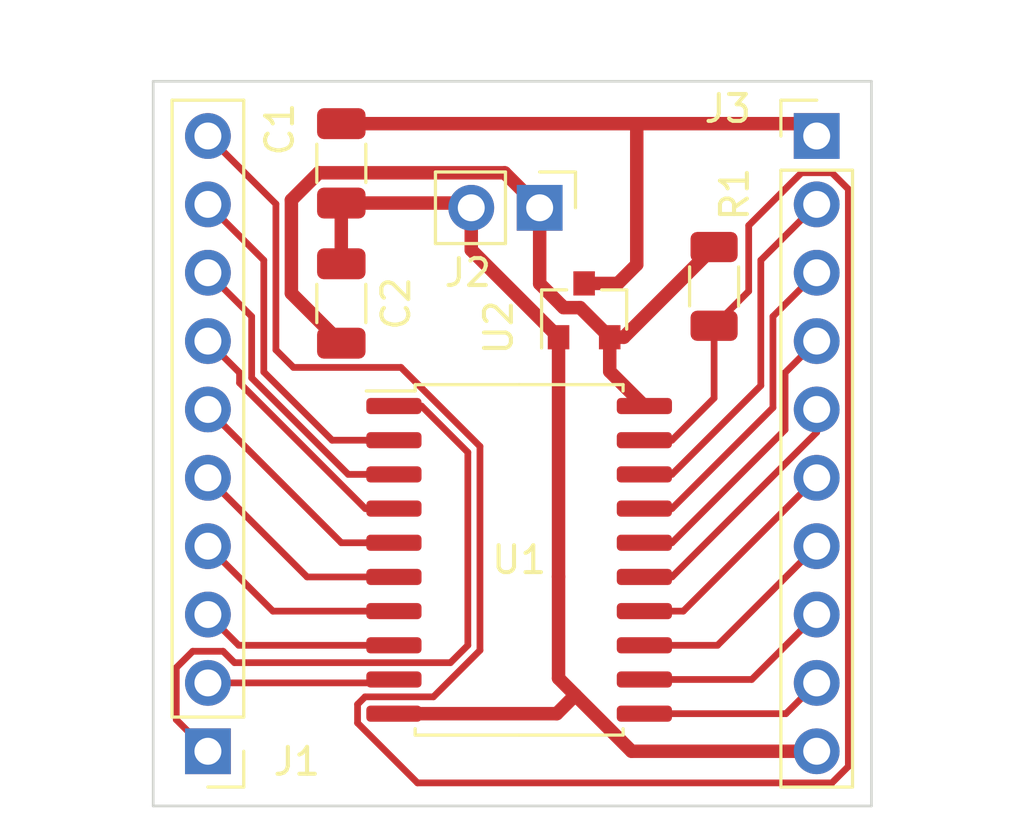
<source format=kicad_pcb>
(kicad_pcb (version 20171130) (host pcbnew 5.1.12-84ad8e8a86~92~ubuntu18.04.1)

  (general
    (thickness 1.6)
    (drawings 4)
    (tracks 115)
    (zones 0)
    (modules 8)
    (nets 22)
  )

  (page A4)
  (layers
    (0 F.Cu signal)
    (31 B.Cu signal)
    (32 B.Adhes user)
    (33 F.Adhes user)
    (34 B.Paste user)
    (35 F.Paste user)
    (36 B.SilkS user)
    (37 F.SilkS user)
    (38 B.Mask user)
    (39 F.Mask user)
    (40 Dwgs.User user)
    (41 Cmts.User user)
    (42 Eco1.User user)
    (43 Eco2.User user)
    (44 Edge.Cuts user)
    (45 Margin user)
    (46 B.CrtYd user)
    (47 F.CrtYd user)
    (48 B.Fab user)
    (49 F.Fab user)
  )

  (setup
    (last_trace_width 0.25)
    (user_trace_width 0.5)
    (trace_clearance 0.2)
    (zone_clearance 0.508)
    (zone_45_only no)
    (trace_min 0.2)
    (via_size 0.8)
    (via_drill 0.4)
    (via_min_size 0.4)
    (via_min_drill 0.3)
    (uvia_size 0.3)
    (uvia_drill 0.1)
    (uvias_allowed no)
    (uvia_min_size 0.2)
    (uvia_min_drill 0.1)
    (edge_width 0.05)
    (segment_width 0.2)
    (pcb_text_width 0.3)
    (pcb_text_size 1.5 1.5)
    (mod_edge_width 0.12)
    (mod_text_size 1 1)
    (mod_text_width 0.15)
    (pad_size 1.524 1.524)
    (pad_drill 0.762)
    (pad_to_mask_clearance 0)
    (aux_axis_origin 0 0)
    (visible_elements FFFFFF7F)
    (pcbplotparams
      (layerselection 0x01020_7fffffff)
      (usegerberextensions false)
      (usegerberattributes true)
      (usegerberadvancedattributes true)
      (creategerberjobfile true)
      (excludeedgelayer true)
      (linewidth 0.100000)
      (plotframeref false)
      (viasonmask false)
      (mode 1)
      (useauxorigin false)
      (hpglpennumber 1)
      (hpglpenspeed 20)
      (hpglpendiameter 15.000000)
      (psnegative false)
      (psa4output false)
      (plotreference true)
      (plotvalue true)
      (plotinvisibletext false)
      (padsonsilk false)
      (subtractmaskfromsilk false)
      (outputformat 1)
      (mirror false)
      (drillshape 0)
      (scaleselection 1)
      (outputdirectory ""))
  )

  (net 0 "")
  (net 1 +5V)
  (net 2 GND)
  (net 3 +3V3)
  (net 4 "Net-(J1-Pad10)")
  (net 5 "Net-(J1-Pad9)")
  (net 6 "Net-(J1-Pad8)")
  (net 7 "Net-(J1-Pad7)")
  (net 8 "Net-(J1-Pad6)")
  (net 9 "Net-(J1-Pad5)")
  (net 10 "Net-(J1-Pad4)")
  (net 11 "Net-(J1-Pad3)")
  (net 12 "Net-(J1-Pad2)")
  (net 13 "Net-(J1-Pad1)")
  (net 14 "Net-(J3-Pad2)")
  (net 15 "Net-(J3-Pad3)")
  (net 16 "Net-(J3-Pad4)")
  (net 17 "Net-(J3-Pad5)")
  (net 18 "Net-(J3-Pad6)")
  (net 19 "Net-(J3-Pad7)")
  (net 20 "Net-(J3-Pad8)")
  (net 21 "Net-(J3-Pad9)")

  (net_class Default "This is the default net class."
    (clearance 0.2)
    (trace_width 0.25)
    (via_dia 0.8)
    (via_drill 0.4)
    (uvia_dia 0.3)
    (uvia_drill 0.1)
    (add_net +3V3)
    (add_net +5V)
    (add_net GND)
    (add_net "Net-(J1-Pad1)")
    (add_net "Net-(J1-Pad10)")
    (add_net "Net-(J1-Pad2)")
    (add_net "Net-(J1-Pad3)")
    (add_net "Net-(J1-Pad4)")
    (add_net "Net-(J1-Pad5)")
    (add_net "Net-(J1-Pad6)")
    (add_net "Net-(J1-Pad7)")
    (add_net "Net-(J1-Pad8)")
    (add_net "Net-(J1-Pad9)")
    (add_net "Net-(J3-Pad2)")
    (add_net "Net-(J3-Pad3)")
    (add_net "Net-(J3-Pad4)")
    (add_net "Net-(J3-Pad5)")
    (add_net "Net-(J3-Pad6)")
    (add_net "Net-(J3-Pad7)")
    (add_net "Net-(J3-Pad8)")
    (add_net "Net-(J3-Pad9)")
  )

  (module Capacitor_SMD:C_1206_3216Metric (layer F.Cu) (tedit 5F68FEEE) (tstamp 61A03C3D)
    (at 4.191 -0.381 270)
    (descr "Capacitor SMD 1206 (3216 Metric), square (rectangular) end terminal, IPC_7351 nominal, (Body size source: IPC-SM-782 page 76, https://www.pcb-3d.com/wordpress/wp-content/uploads/ipc-sm-782a_amendment_1_and_2.pdf), generated with kicad-footprint-generator")
    (tags capacitor)
    (path /61A773BF)
    (attr smd)
    (fp_text reference C1 (at -1.27 2.286 90) (layer F.SilkS)
      (effects (font (size 1 1) (thickness 0.15)))
    )
    (fp_text value 1U (at 0 1.85 90) (layer F.Fab)
      (effects (font (size 1 1) (thickness 0.15)))
    )
    (fp_line (start 2.3 1.15) (end -2.3 1.15) (layer F.CrtYd) (width 0.05))
    (fp_line (start 2.3 -1.15) (end 2.3 1.15) (layer F.CrtYd) (width 0.05))
    (fp_line (start -2.3 -1.15) (end 2.3 -1.15) (layer F.CrtYd) (width 0.05))
    (fp_line (start -2.3 1.15) (end -2.3 -1.15) (layer F.CrtYd) (width 0.05))
    (fp_line (start -0.711252 0.91) (end 0.711252 0.91) (layer F.SilkS) (width 0.12))
    (fp_line (start -0.711252 -0.91) (end 0.711252 -0.91) (layer F.SilkS) (width 0.12))
    (fp_line (start 1.6 0.8) (end -1.6 0.8) (layer F.Fab) (width 0.1))
    (fp_line (start 1.6 -0.8) (end 1.6 0.8) (layer F.Fab) (width 0.1))
    (fp_line (start -1.6 -0.8) (end 1.6 -0.8) (layer F.Fab) (width 0.1))
    (fp_line (start -1.6 0.8) (end -1.6 -0.8) (layer F.Fab) (width 0.1))
    (fp_text user %R (at 0 0 90) (layer F.Fab)
      (effects (font (size 0.8 0.8) (thickness 0.12)))
    )
    (pad 1 smd roundrect (at -1.475 0 270) (size 1.15 1.8) (layers F.Cu F.Paste F.Mask) (roundrect_rratio 0.2173904347826087)
      (net 1 +5V))
    (pad 2 smd roundrect (at 1.475 0 270) (size 1.15 1.8) (layers F.Cu F.Paste F.Mask) (roundrect_rratio 0.2173904347826087)
      (net 2 GND))
    (model ${KISYS3DMOD}/Capacitor_SMD.3dshapes/C_1206_3216Metric.wrl
      (at (xyz 0 0 0))
      (scale (xyz 1 1 1))
      (rotate (xyz 0 0 0))
    )
  )

  (module Capacitor_SMD:C_1206_3216Metric (layer F.Cu) (tedit 5F68FEEE) (tstamp 61A03C4E)
    (at 4.191 4.826 90)
    (descr "Capacitor SMD 1206 (3216 Metric), square (rectangular) end terminal, IPC_7351 nominal, (Body size source: IPC-SM-782 page 76, https://www.pcb-3d.com/wordpress/wp-content/uploads/ipc-sm-782a_amendment_1_and_2.pdf), generated with kicad-footprint-generator")
    (tags capacitor)
    (path /61A77ECC)
    (attr smd)
    (fp_text reference C2 (at 0 2.032 90) (layer F.SilkS)
      (effects (font (size 1 1) (thickness 0.15)))
    )
    (fp_text value 1U (at 0 1.85 90) (layer F.Fab)
      (effects (font (size 1 1) (thickness 0.15)))
    )
    (fp_text user %R (at 0 0 90) (layer F.Fab)
      (effects (font (size 0.8 0.8) (thickness 0.12)))
    )
    (fp_line (start -1.6 0.8) (end -1.6 -0.8) (layer F.Fab) (width 0.1))
    (fp_line (start -1.6 -0.8) (end 1.6 -0.8) (layer F.Fab) (width 0.1))
    (fp_line (start 1.6 -0.8) (end 1.6 0.8) (layer F.Fab) (width 0.1))
    (fp_line (start 1.6 0.8) (end -1.6 0.8) (layer F.Fab) (width 0.1))
    (fp_line (start -0.711252 -0.91) (end 0.711252 -0.91) (layer F.SilkS) (width 0.12))
    (fp_line (start -0.711252 0.91) (end 0.711252 0.91) (layer F.SilkS) (width 0.12))
    (fp_line (start -2.3 1.15) (end -2.3 -1.15) (layer F.CrtYd) (width 0.05))
    (fp_line (start -2.3 -1.15) (end 2.3 -1.15) (layer F.CrtYd) (width 0.05))
    (fp_line (start 2.3 -1.15) (end 2.3 1.15) (layer F.CrtYd) (width 0.05))
    (fp_line (start 2.3 1.15) (end -2.3 1.15) (layer F.CrtYd) (width 0.05))
    (pad 2 smd roundrect (at 1.475 0 90) (size 1.15 1.8) (layers F.Cu F.Paste F.Mask) (roundrect_rratio 0.2173904347826087)
      (net 2 GND))
    (pad 1 smd roundrect (at -1.475 0 90) (size 1.15 1.8) (layers F.Cu F.Paste F.Mask) (roundrect_rratio 0.2173904347826087)
      (net 3 +3V3))
    (model ${KISYS3DMOD}/Capacitor_SMD.3dshapes/C_1206_3216Metric.wrl
      (at (xyz 0 0 0))
      (scale (xyz 1 1 1))
      (rotate (xyz 0 0 0))
    )
  )

  (module Connector_PinHeader_2.54mm:PinHeader_1x10_P2.54mm_Vertical (layer F.Cu) (tedit 59FED5CC) (tstamp 61A03EC7)
    (at -0.762 21.463 180)
    (descr "Through hole straight pin header, 1x10, 2.54mm pitch, single row")
    (tags "Through hole pin header THT 1x10 2.54mm single row")
    (path /61A301A9)
    (fp_text reference J1 (at -3.302 -0.381) (layer F.SilkS)
      (effects (font (size 1 1) (thickness 0.15)))
    )
    (fp_text value Conn_01x10_Female (at 0 25.19) (layer F.Fab)
      (effects (font (size 1 1) (thickness 0.15)))
    )
    (fp_text user %R (at 0 11.43 90) (layer F.Fab)
      (effects (font (size 1 1) (thickness 0.15)))
    )
    (fp_line (start -0.635 -1.27) (end 1.27 -1.27) (layer F.Fab) (width 0.1))
    (fp_line (start 1.27 -1.27) (end 1.27 24.13) (layer F.Fab) (width 0.1))
    (fp_line (start 1.27 24.13) (end -1.27 24.13) (layer F.Fab) (width 0.1))
    (fp_line (start -1.27 24.13) (end -1.27 -0.635) (layer F.Fab) (width 0.1))
    (fp_line (start -1.27 -0.635) (end -0.635 -1.27) (layer F.Fab) (width 0.1))
    (fp_line (start -1.33 24.19) (end 1.33 24.19) (layer F.SilkS) (width 0.12))
    (fp_line (start -1.33 1.27) (end -1.33 24.19) (layer F.SilkS) (width 0.12))
    (fp_line (start 1.33 1.27) (end 1.33 24.19) (layer F.SilkS) (width 0.12))
    (fp_line (start -1.33 1.27) (end 1.33 1.27) (layer F.SilkS) (width 0.12))
    (fp_line (start -1.33 0) (end -1.33 -1.33) (layer F.SilkS) (width 0.12))
    (fp_line (start -1.33 -1.33) (end 0 -1.33) (layer F.SilkS) (width 0.12))
    (fp_line (start -1.8 -1.8) (end -1.8 24.65) (layer F.CrtYd) (width 0.05))
    (fp_line (start -1.8 24.65) (end 1.8 24.65) (layer F.CrtYd) (width 0.05))
    (fp_line (start 1.8 24.65) (end 1.8 -1.8) (layer F.CrtYd) (width 0.05))
    (fp_line (start 1.8 -1.8) (end -1.8 -1.8) (layer F.CrtYd) (width 0.05))
    (pad 10 thru_hole oval (at 0 22.86 180) (size 1.7 1.7) (drill 1) (layers *.Cu *.Mask)
      (net 4 "Net-(J1-Pad10)"))
    (pad 9 thru_hole oval (at 0 20.32 180) (size 1.7 1.7) (drill 1) (layers *.Cu *.Mask)
      (net 5 "Net-(J1-Pad9)"))
    (pad 8 thru_hole oval (at 0 17.78 180) (size 1.7 1.7) (drill 1) (layers *.Cu *.Mask)
      (net 6 "Net-(J1-Pad8)"))
    (pad 7 thru_hole oval (at 0 15.24 180) (size 1.7 1.7) (drill 1) (layers *.Cu *.Mask)
      (net 7 "Net-(J1-Pad7)"))
    (pad 6 thru_hole oval (at 0 12.7 180) (size 1.7 1.7) (drill 1) (layers *.Cu *.Mask)
      (net 8 "Net-(J1-Pad6)"))
    (pad 5 thru_hole oval (at 0 10.16 180) (size 1.7 1.7) (drill 1) (layers *.Cu *.Mask)
      (net 9 "Net-(J1-Pad5)"))
    (pad 4 thru_hole oval (at 0 7.62 180) (size 1.7 1.7) (drill 1) (layers *.Cu *.Mask)
      (net 10 "Net-(J1-Pad4)"))
    (pad 3 thru_hole oval (at 0 5.08 180) (size 1.7 1.7) (drill 1) (layers *.Cu *.Mask)
      (net 11 "Net-(J1-Pad3)"))
    (pad 2 thru_hole oval (at 0 2.54 180) (size 1.7 1.7) (drill 1) (layers *.Cu *.Mask)
      (net 12 "Net-(J1-Pad2)"))
    (pad 1 thru_hole rect (at 0 0 180) (size 1.7 1.7) (drill 1) (layers *.Cu *.Mask)
      (net 13 "Net-(J1-Pad1)"))
    (model ${KISYS3DMOD}/Connector_PinHeader_2.54mm.3dshapes/PinHeader_1x10_P2.54mm_Vertical.wrl
      (at (xyz 0 0 0))
      (scale (xyz 1 1 1))
      (rotate (xyz 0 0 0))
    )
  )

  (module Connector_PinHeader_2.54mm:PinHeader_1x02_P2.54mm_Vertical (layer F.Cu) (tedit 59FED5CC) (tstamp 61A03C82)
    (at 11.557 1.27 270)
    (descr "Through hole straight pin header, 1x02, 2.54mm pitch, single row")
    (tags "Through hole pin header THT 1x02 2.54mm single row")
    (path /61A56D95)
    (fp_text reference J2 (at 2.413 2.667 180) (layer F.SilkS)
      (effects (font (size 1 1) (thickness 0.15)))
    )
    (fp_text value Conn_01x02_Female (at 0 4.87 90) (layer F.Fab)
      (effects (font (size 1 1) (thickness 0.15)))
    )
    (fp_line (start 1.8 -1.8) (end -1.8 -1.8) (layer F.CrtYd) (width 0.05))
    (fp_line (start 1.8 4.35) (end 1.8 -1.8) (layer F.CrtYd) (width 0.05))
    (fp_line (start -1.8 4.35) (end 1.8 4.35) (layer F.CrtYd) (width 0.05))
    (fp_line (start -1.8 -1.8) (end -1.8 4.35) (layer F.CrtYd) (width 0.05))
    (fp_line (start -1.33 -1.33) (end 0 -1.33) (layer F.SilkS) (width 0.12))
    (fp_line (start -1.33 0) (end -1.33 -1.33) (layer F.SilkS) (width 0.12))
    (fp_line (start -1.33 1.27) (end 1.33 1.27) (layer F.SilkS) (width 0.12))
    (fp_line (start 1.33 1.27) (end 1.33 3.87) (layer F.SilkS) (width 0.12))
    (fp_line (start -1.33 1.27) (end -1.33 3.87) (layer F.SilkS) (width 0.12))
    (fp_line (start -1.33 3.87) (end 1.33 3.87) (layer F.SilkS) (width 0.12))
    (fp_line (start -1.27 -0.635) (end -0.635 -1.27) (layer F.Fab) (width 0.1))
    (fp_line (start -1.27 3.81) (end -1.27 -0.635) (layer F.Fab) (width 0.1))
    (fp_line (start 1.27 3.81) (end -1.27 3.81) (layer F.Fab) (width 0.1))
    (fp_line (start 1.27 -1.27) (end 1.27 3.81) (layer F.Fab) (width 0.1))
    (fp_line (start -0.635 -1.27) (end 1.27 -1.27) (layer F.Fab) (width 0.1))
    (fp_text user %R (at 0 1.27) (layer F.Fab)
      (effects (font (size 1 1) (thickness 0.15)))
    )
    (pad 1 thru_hole rect (at 0 0 270) (size 1.7 1.7) (drill 1) (layers *.Cu *.Mask)
      (net 3 +3V3))
    (pad 2 thru_hole oval (at 0 2.54 270) (size 1.7 1.7) (drill 1) (layers *.Cu *.Mask)
      (net 2 GND))
    (model ${KISYS3DMOD}/Connector_PinHeader_2.54mm.3dshapes/PinHeader_1x02_P2.54mm_Vertical.wrl
      (at (xyz 0 0 0))
      (scale (xyz 1 1 1))
      (rotate (xyz 0 0 0))
    )
  )

  (module Connector_PinHeader_2.54mm:PinHeader_1x10_P2.54mm_Vertical (layer F.Cu) (tedit 59FED5CC) (tstamp 61A03CA0)
    (at 21.844 -1.397)
    (descr "Through hole straight pin header, 1x10, 2.54mm pitch, single row")
    (tags "Through hole pin header THT 1x10 2.54mm single row")
    (path /61A2F5BD)
    (fp_text reference J3 (at -3.302 -1.016) (layer F.SilkS)
      (effects (font (size 1 1) (thickness 0.15)))
    )
    (fp_text value Conn_01x10_Female (at 0 25.19) (layer F.Fab)
      (effects (font (size 1 1) (thickness 0.15)))
    )
    (fp_line (start 1.8 -1.8) (end -1.8 -1.8) (layer F.CrtYd) (width 0.05))
    (fp_line (start 1.8 24.65) (end 1.8 -1.8) (layer F.CrtYd) (width 0.05))
    (fp_line (start -1.8 24.65) (end 1.8 24.65) (layer F.CrtYd) (width 0.05))
    (fp_line (start -1.8 -1.8) (end -1.8 24.65) (layer F.CrtYd) (width 0.05))
    (fp_line (start -1.33 -1.33) (end 0 -1.33) (layer F.SilkS) (width 0.12))
    (fp_line (start -1.33 0) (end -1.33 -1.33) (layer F.SilkS) (width 0.12))
    (fp_line (start -1.33 1.27) (end 1.33 1.27) (layer F.SilkS) (width 0.12))
    (fp_line (start 1.33 1.27) (end 1.33 24.19) (layer F.SilkS) (width 0.12))
    (fp_line (start -1.33 1.27) (end -1.33 24.19) (layer F.SilkS) (width 0.12))
    (fp_line (start -1.33 24.19) (end 1.33 24.19) (layer F.SilkS) (width 0.12))
    (fp_line (start -1.27 -0.635) (end -0.635 -1.27) (layer F.Fab) (width 0.1))
    (fp_line (start -1.27 24.13) (end -1.27 -0.635) (layer F.Fab) (width 0.1))
    (fp_line (start 1.27 24.13) (end -1.27 24.13) (layer F.Fab) (width 0.1))
    (fp_line (start 1.27 -1.27) (end 1.27 24.13) (layer F.Fab) (width 0.1))
    (fp_line (start -0.635 -1.27) (end 1.27 -1.27) (layer F.Fab) (width 0.1))
    (fp_text user %R (at 0 11.43 90) (layer F.Fab)
      (effects (font (size 1 1) (thickness 0.15)))
    )
    (pad 1 thru_hole rect (at 0 0) (size 1.7 1.7) (drill 1) (layers *.Cu *.Mask)
      (net 1 +5V))
    (pad 2 thru_hole oval (at 0 2.54) (size 1.7 1.7) (drill 1) (layers *.Cu *.Mask)
      (net 14 "Net-(J3-Pad2)"))
    (pad 3 thru_hole oval (at 0 5.08) (size 1.7 1.7) (drill 1) (layers *.Cu *.Mask)
      (net 15 "Net-(J3-Pad3)"))
    (pad 4 thru_hole oval (at 0 7.62) (size 1.7 1.7) (drill 1) (layers *.Cu *.Mask)
      (net 16 "Net-(J3-Pad4)"))
    (pad 5 thru_hole oval (at 0 10.16) (size 1.7 1.7) (drill 1) (layers *.Cu *.Mask)
      (net 17 "Net-(J3-Pad5)"))
    (pad 6 thru_hole oval (at 0 12.7) (size 1.7 1.7) (drill 1) (layers *.Cu *.Mask)
      (net 18 "Net-(J3-Pad6)"))
    (pad 7 thru_hole oval (at 0 15.24) (size 1.7 1.7) (drill 1) (layers *.Cu *.Mask)
      (net 19 "Net-(J3-Pad7)"))
    (pad 8 thru_hole oval (at 0 17.78) (size 1.7 1.7) (drill 1) (layers *.Cu *.Mask)
      (net 20 "Net-(J3-Pad8)"))
    (pad 9 thru_hole oval (at 0 20.32) (size 1.7 1.7) (drill 1) (layers *.Cu *.Mask)
      (net 21 "Net-(J3-Pad9)"))
    (pad 10 thru_hole oval (at 0 22.86) (size 1.7 1.7) (drill 1) (layers *.Cu *.Mask)
      (net 2 GND))
    (model ${KISYS3DMOD}/Connector_PinHeader_2.54mm.3dshapes/PinHeader_1x10_P2.54mm_Vertical.wrl
      (at (xyz 0 0 0))
      (scale (xyz 1 1 1))
      (rotate (xyz 0 0 0))
    )
  )

  (module Resistor_SMD:R_1206_3216Metric (layer F.Cu) (tedit 5F68FEEE) (tstamp 61A03CB1)
    (at 18.034 4.191 90)
    (descr "Resistor SMD 1206 (3216 Metric), square (rectangular) end terminal, IPC_7351 nominal, (Body size source: IPC-SM-782 page 72, https://www.pcb-3d.com/wordpress/wp-content/uploads/ipc-sm-782a_amendment_1_and_2.pdf), generated with kicad-footprint-generator")
    (tags resistor)
    (path /61A83AC9)
    (attr smd)
    (fp_text reference R1 (at 3.429 0.762 90) (layer F.SilkS)
      (effects (font (size 1 1) (thickness 0.15)))
    )
    (fp_text value 100K (at 0 1.82 90) (layer F.Fab)
      (effects (font (size 1 1) (thickness 0.15)))
    )
    (fp_line (start 2.28 1.12) (end -2.28 1.12) (layer F.CrtYd) (width 0.05))
    (fp_line (start 2.28 -1.12) (end 2.28 1.12) (layer F.CrtYd) (width 0.05))
    (fp_line (start -2.28 -1.12) (end 2.28 -1.12) (layer F.CrtYd) (width 0.05))
    (fp_line (start -2.28 1.12) (end -2.28 -1.12) (layer F.CrtYd) (width 0.05))
    (fp_line (start -0.727064 0.91) (end 0.727064 0.91) (layer F.SilkS) (width 0.12))
    (fp_line (start -0.727064 -0.91) (end 0.727064 -0.91) (layer F.SilkS) (width 0.12))
    (fp_line (start 1.6 0.8) (end -1.6 0.8) (layer F.Fab) (width 0.1))
    (fp_line (start 1.6 -0.8) (end 1.6 0.8) (layer F.Fab) (width 0.1))
    (fp_line (start -1.6 -0.8) (end 1.6 -0.8) (layer F.Fab) (width 0.1))
    (fp_line (start -1.6 0.8) (end -1.6 -0.8) (layer F.Fab) (width 0.1))
    (fp_text user %R (at 0 0 90) (layer F.Fab)
      (effects (font (size 0.8 0.8) (thickness 0.12)))
    )
    (pad 1 smd roundrect (at -1.4625 0 90) (size 1.125 1.75) (layers F.Cu F.Paste F.Mask) (roundrect_rratio 0.2222213333333333)
      (net 4 "Net-(J1-Pad10)"))
    (pad 2 smd roundrect (at 1.4625 0 90) (size 1.125 1.75) (layers F.Cu F.Paste F.Mask) (roundrect_rratio 0.2222213333333333)
      (net 3 +3V3))
    (model ${KISYS3DMOD}/Resistor_SMD.3dshapes/R_1206_3216Metric.wrl
      (at (xyz 0 0 0))
      (scale (xyz 1 1 1))
      (rotate (xyz 0 0 0))
    )
  )

  (module Package_SO:SOIC-20W_7.5x12.8mm_P1.27mm (layer F.Cu) (tedit 5D9F72B1) (tstamp 61A03CDC)
    (at 10.795 14.351)
    (descr "SOIC, 20 Pin (JEDEC MS-013AC, https://www.analog.com/media/en/package-pcb-resources/package/233848rw_20.pdf), generated with kicad-footprint-generator ipc_gullwing_generator.py")
    (tags "SOIC SO")
    (path /61A2ACD1)
    (attr smd)
    (fp_text reference U1 (at 0 0) (layer F.SilkS)
      (effects (font (size 1 1) (thickness 0.15)))
    )
    (fp_text value SN74LVC245A (at 0 7.35) (layer F.Fab)
      (effects (font (size 1 1) (thickness 0.15)))
    )
    (fp_line (start 5.93 -6.65) (end -5.93 -6.65) (layer F.CrtYd) (width 0.05))
    (fp_line (start 5.93 6.65) (end 5.93 -6.65) (layer F.CrtYd) (width 0.05))
    (fp_line (start -5.93 6.65) (end 5.93 6.65) (layer F.CrtYd) (width 0.05))
    (fp_line (start -5.93 -6.65) (end -5.93 6.65) (layer F.CrtYd) (width 0.05))
    (fp_line (start -3.75 -5.4) (end -2.75 -6.4) (layer F.Fab) (width 0.1))
    (fp_line (start -3.75 6.4) (end -3.75 -5.4) (layer F.Fab) (width 0.1))
    (fp_line (start 3.75 6.4) (end -3.75 6.4) (layer F.Fab) (width 0.1))
    (fp_line (start 3.75 -6.4) (end 3.75 6.4) (layer F.Fab) (width 0.1))
    (fp_line (start -2.75 -6.4) (end 3.75 -6.4) (layer F.Fab) (width 0.1))
    (fp_line (start -3.86 -6.275) (end -5.675 -6.275) (layer F.SilkS) (width 0.12))
    (fp_line (start -3.86 -6.51) (end -3.86 -6.275) (layer F.SilkS) (width 0.12))
    (fp_line (start 0 -6.51) (end -3.86 -6.51) (layer F.SilkS) (width 0.12))
    (fp_line (start 3.86 -6.51) (end 3.86 -6.275) (layer F.SilkS) (width 0.12))
    (fp_line (start 0 -6.51) (end 3.86 -6.51) (layer F.SilkS) (width 0.12))
    (fp_line (start -3.86 6.51) (end -3.86 6.275) (layer F.SilkS) (width 0.12))
    (fp_line (start 0 6.51) (end -3.86 6.51) (layer F.SilkS) (width 0.12))
    (fp_line (start 3.86 6.51) (end 3.86 6.275) (layer F.SilkS) (width 0.12))
    (fp_line (start 0 6.51) (end 3.86 6.51) (layer F.SilkS) (width 0.12))
    (fp_text user %R (at 0 0) (layer F.Fab)
      (effects (font (size 1 1) (thickness 0.15)))
    )
    (pad 1 smd roundrect (at -4.65 -5.715) (size 2.05 0.6) (layers F.Cu F.Paste F.Mask) (roundrect_rratio 0.25)
      (net 13 "Net-(J1-Pad1)"))
    (pad 2 smd roundrect (at -4.65 -4.445) (size 2.05 0.6) (layers F.Cu F.Paste F.Mask) (roundrect_rratio 0.25)
      (net 5 "Net-(J1-Pad9)"))
    (pad 3 smd roundrect (at -4.65 -3.175) (size 2.05 0.6) (layers F.Cu F.Paste F.Mask) (roundrect_rratio 0.25)
      (net 6 "Net-(J1-Pad8)"))
    (pad 4 smd roundrect (at -4.65 -1.905) (size 2.05 0.6) (layers F.Cu F.Paste F.Mask) (roundrect_rratio 0.25)
      (net 7 "Net-(J1-Pad7)"))
    (pad 5 smd roundrect (at -4.65 -0.635) (size 2.05 0.6) (layers F.Cu F.Paste F.Mask) (roundrect_rratio 0.25)
      (net 8 "Net-(J1-Pad6)"))
    (pad 6 smd roundrect (at -4.65 0.635) (size 2.05 0.6) (layers F.Cu F.Paste F.Mask) (roundrect_rratio 0.25)
      (net 9 "Net-(J1-Pad5)"))
    (pad 7 smd roundrect (at -4.65 1.905) (size 2.05 0.6) (layers F.Cu F.Paste F.Mask) (roundrect_rratio 0.25)
      (net 10 "Net-(J1-Pad4)"))
    (pad 8 smd roundrect (at -4.65 3.175) (size 2.05 0.6) (layers F.Cu F.Paste F.Mask) (roundrect_rratio 0.25)
      (net 11 "Net-(J1-Pad3)"))
    (pad 9 smd roundrect (at -4.65 4.445) (size 2.05 0.6) (layers F.Cu F.Paste F.Mask) (roundrect_rratio 0.25)
      (net 12 "Net-(J1-Pad2)"))
    (pad 10 smd roundrect (at -4.65 5.715) (size 2.05 0.6) (layers F.Cu F.Paste F.Mask) (roundrect_rratio 0.25)
      (net 2 GND))
    (pad 11 smd roundrect (at 4.65 5.715) (size 2.05 0.6) (layers F.Cu F.Paste F.Mask) (roundrect_rratio 0.25)
      (net 21 "Net-(J3-Pad9)"))
    (pad 12 smd roundrect (at 4.65 4.445) (size 2.05 0.6) (layers F.Cu F.Paste F.Mask) (roundrect_rratio 0.25)
      (net 20 "Net-(J3-Pad8)"))
    (pad 13 smd roundrect (at 4.65 3.175) (size 2.05 0.6) (layers F.Cu F.Paste F.Mask) (roundrect_rratio 0.25)
      (net 19 "Net-(J3-Pad7)"))
    (pad 14 smd roundrect (at 4.65 1.905) (size 2.05 0.6) (layers F.Cu F.Paste F.Mask) (roundrect_rratio 0.25)
      (net 18 "Net-(J3-Pad6)"))
    (pad 15 smd roundrect (at 4.65 0.635) (size 2.05 0.6) (layers F.Cu F.Paste F.Mask) (roundrect_rratio 0.25)
      (net 17 "Net-(J3-Pad5)"))
    (pad 16 smd roundrect (at 4.65 -0.635) (size 2.05 0.6) (layers F.Cu F.Paste F.Mask) (roundrect_rratio 0.25)
      (net 16 "Net-(J3-Pad4)"))
    (pad 17 smd roundrect (at 4.65 -1.905) (size 2.05 0.6) (layers F.Cu F.Paste F.Mask) (roundrect_rratio 0.25)
      (net 15 "Net-(J3-Pad3)"))
    (pad 18 smd roundrect (at 4.65 -3.175) (size 2.05 0.6) (layers F.Cu F.Paste F.Mask) (roundrect_rratio 0.25)
      (net 14 "Net-(J3-Pad2)"))
    (pad 19 smd roundrect (at 4.65 -4.445) (size 2.05 0.6) (layers F.Cu F.Paste F.Mask) (roundrect_rratio 0.25)
      (net 4 "Net-(J1-Pad10)"))
    (pad 20 smd roundrect (at 4.65 -5.715) (size 2.05 0.6) (layers F.Cu F.Paste F.Mask) (roundrect_rratio 0.25)
      (net 3 +3V3))
    (model ${KISYS3DMOD}/Package_SO.3dshapes/SOIC-20W_7.5x12.8mm_P1.27mm.wrl
      (at (xyz 0 0 0))
      (scale (xyz 1 1 1))
      (rotate (xyz 0 0 0))
    )
  )

  (module Package_TO_SOT_SMD:SOT-23 (layer F.Cu) (tedit 5A02FF57) (tstamp 61A03CF1)
    (at 13.208 5.08 90)
    (descr "SOT-23, Standard")
    (tags SOT-23)
    (path /61A2BAFA)
    (attr smd)
    (fp_text reference U2 (at -0.635 -3.175 90) (layer F.SilkS)
      (effects (font (size 1 1) (thickness 0.15)))
    )
    (fp_text value XC6206P332MR (at 0 2.5 90) (layer F.Fab)
      (effects (font (size 1 1) (thickness 0.15)))
    )
    (fp_line (start 0.76 1.58) (end -0.7 1.58) (layer F.SilkS) (width 0.12))
    (fp_line (start 0.76 -1.58) (end -1.4 -1.58) (layer F.SilkS) (width 0.12))
    (fp_line (start -1.7 1.75) (end -1.7 -1.75) (layer F.CrtYd) (width 0.05))
    (fp_line (start 1.7 1.75) (end -1.7 1.75) (layer F.CrtYd) (width 0.05))
    (fp_line (start 1.7 -1.75) (end 1.7 1.75) (layer F.CrtYd) (width 0.05))
    (fp_line (start -1.7 -1.75) (end 1.7 -1.75) (layer F.CrtYd) (width 0.05))
    (fp_line (start 0.76 -1.58) (end 0.76 -0.65) (layer F.SilkS) (width 0.12))
    (fp_line (start 0.76 1.58) (end 0.76 0.65) (layer F.SilkS) (width 0.12))
    (fp_line (start -0.7 1.52) (end 0.7 1.52) (layer F.Fab) (width 0.1))
    (fp_line (start 0.7 -1.52) (end 0.7 1.52) (layer F.Fab) (width 0.1))
    (fp_line (start -0.7 -0.95) (end -0.15 -1.52) (layer F.Fab) (width 0.1))
    (fp_line (start -0.15 -1.52) (end 0.7 -1.52) (layer F.Fab) (width 0.1))
    (fp_line (start -0.7 -0.95) (end -0.7 1.5) (layer F.Fab) (width 0.1))
    (fp_text user %R (at -0.127 0) (layer F.Fab)
      (effects (font (size 0.5 0.5) (thickness 0.075)))
    )
    (pad 1 smd rect (at -1 -0.95 90) (size 0.9 0.8) (layers F.Cu F.Paste F.Mask)
      (net 2 GND))
    (pad 2 smd rect (at -1 0.95 90) (size 0.9 0.8) (layers F.Cu F.Paste F.Mask)
      (net 3 +3V3))
    (pad 3 smd rect (at 1 0 90) (size 0.9 0.8) (layers F.Cu F.Paste F.Mask)
      (net 1 +5V))
    (model ${KISYS3DMOD}/Package_TO_SOT_SMD.3dshapes/SOT-23.wrl
      (at (xyz 0 0 0))
      (scale (xyz 1 1 1))
      (rotate (xyz 0 0 0))
    )
  )

  (gr_line (start 23.876 -3.429) (end 23.876 23.495) (layer Edge.Cuts) (width 0.1))
  (gr_line (start -2.794 -3.429) (end 23.876 -3.429) (layer Edge.Cuts) (width 0.1))
  (gr_line (start -2.794 23.495) (end -2.794 -3.429) (layer Edge.Cuts) (width 0.1))
  (gr_line (start 23.876 23.495) (end -2.794 23.495) (layer Edge.Cuts) (width 0.1))

  (segment (start 21.385 -1.856) (end 21.844 -1.397) (width 0.5) (layer F.Cu) (net 1))
  (segment (start 13.208 4.08) (end 14.462 4.08) (width 0.5) (layer F.Cu) (net 1))
  (segment (start 15.162 3.38) (end 15.162 -1.856) (width 0.5) (layer F.Cu) (net 1))
  (segment (start 14.462 4.08) (end 15.162 3.38) (width 0.5) (layer F.Cu) (net 1))
  (segment (start 4.191 -1.856) (end 15.162 -1.856) (width 0.5) (layer F.Cu) (net 1))
  (segment (start 15.162 -1.856) (end 21.385 -1.856) (width 0.5) (layer F.Cu) (net 1))
  (segment (start 4.191 1.094) (end 4.191 3.351) (width 0.5) (layer F.Cu) (net 2))
  (segment (start 7.17 20.066) (end 6.145 20.066) (width 0.25) (layer F.Cu) (net 2))
  (segment (start 12.258 6.08) (end 12.258 14.978) (width 0.5) (layer F.Cu) (net 2))
  (segment (start 8.841 1.094) (end 9.017 1.27) (width 0.5) (layer F.Cu) (net 2))
  (segment (start 4.191 1.094) (end 8.841 1.094) (width 0.5) (layer F.Cu) (net 2))
  (segment (start 9.017 2.839) (end 12.258 6.08) (width 0.5) (layer F.Cu) (net 2))
  (segment (start 9.017 1.27) (end 9.017 2.839) (width 0.5) (layer F.Cu) (net 2))
  (segment (start 14.968456 21.463) (end 21.844 21.463) (width 0.5) (layer F.Cu) (net 2))
  (segment (start 12.258 14.978) (end 12.258 18.752544) (width 0.5) (layer F.Cu) (net 2))
  (segment (start 12.192 20.066) (end 12.881728 19.376272) (width 0.5) (layer F.Cu) (net 2))
  (segment (start 6.145 20.066) (end 12.192 20.066) (width 0.5) (layer F.Cu) (net 2))
  (segment (start 12.258 18.752544) (end 12.881728 19.376272) (width 0.5) (layer F.Cu) (net 2))
  (segment (start 12.881728 19.376272) (end 14.968456 21.463) (width 0.5) (layer F.Cu) (net 2))
  (segment (start 14.6825 6.08) (end 14.158 6.08) (width 0.5) (layer F.Cu) (net 3))
  (segment (start 18.034 2.7285) (end 14.6825 6.08) (width 0.5) (layer F.Cu) (net 3))
  (segment (start 14.158 7.349) (end 15.445 8.636) (width 0.5) (layer F.Cu) (net 3))
  (segment (start 14.158 6.08) (end 14.158 7.349) (width 0.5) (layer F.Cu) (net 3))
  (segment (start 12.447999 4.980001) (end 12.357999 4.890001) (width 0.5) (layer F.Cu) (net 3))
  (segment (start 13.058001 4.980001) (end 12.447999 4.980001) (width 0.5) (layer F.Cu) (net 3))
  (segment (start 14.158 6.08) (end 13.058001 4.980001) (width 0.5) (layer F.Cu) (net 3))
  (segment (start 10.256999 -0.030001) (end 11.557 1.27) (width 0.5) (layer F.Cu) (net 3))
  (segment (start 3.350035 -0.030001) (end 10.256999 -0.030001) (width 0.5) (layer F.Cu) (net 3))
  (segment (start 2.338039 0.981995) (end 3.350035 -0.030001) (width 0.5) (layer F.Cu) (net 3))
  (segment (start 2.338039 4.448039) (end 2.338039 0.981995) (width 0.5) (layer F.Cu) (net 3))
  (segment (start 4.191 6.301) (end 2.338039 4.448039) (width 0.5) (layer F.Cu) (net 3))
  (segment (start 11.557 4.089002) (end 12.447999 4.980001) (width 0.5) (layer F.Cu) (net 3))
  (segment (start 11.557 1.27) (end 11.557 4.089002) (width 0.5) (layer F.Cu) (net 3))
  (segment (start 1.763031 1.128031) (end -0.762 -1.397) (width 0.25) (layer F.Cu) (net 4))
  (segment (start 1.763031 6.549031) (end 1.763031 1.128031) (width 0.25) (layer F.Cu) (net 4))
  (segment (start 6.145 9.906) (end 5.12 9.906) (width 0.25) (layer F.Cu) (net 5))
  (segment (start 1.313021 7.369021) (end 1.313021 3.218021) (width 0.25) (layer F.Cu) (net 5))
  (segment (start 1.313021 3.218021) (end -0.762 1.143) (width 0.25) (layer F.Cu) (net 5))
  (segment (start 6.145 11.176) (end 5.12 11.176) (width 0.25) (layer F.Cu) (net 6))
  (segment (start 5.718232 12.446) (end 6.145 12.446) (width 0.25) (layer F.Cu) (net 7))
  (segment (start 0.863011 5.308011) (end 0.863011 7.590779) (width 0.25) (layer F.Cu) (net 6))
  (segment (start -0.762 3.683) (end 0.863011 5.308011) (width 0.25) (layer F.Cu) (net 6))
  (segment (start 5.12 13.716) (end 6.145 13.716) (width 0.25) (layer F.Cu) (net 8))
  (segment (start 5.461 14.986) (end 6.145 14.986) (width 0.25) (layer F.Cu) (net 9))
  (segment (start 19.768979 7.877021) (end 19.768979 3.218021) (width 0.25) (layer F.Cu) (net 14))
  (segment (start 16.47 11.176) (end 19.768979 7.877021) (width 0.25) (layer F.Cu) (net 14))
  (segment (start 19.768979 3.218021) (end 21.844 1.143) (width 0.25) (layer F.Cu) (net 14))
  (segment (start 15.445 11.176) (end 16.47 11.176) (width 0.25) (layer F.Cu) (net 14))
  (segment (start 20.218989 5.308011) (end 21.844 3.683) (width 0.25) (layer F.Cu) (net 15))
  (segment (start 20.218989 8.697011) (end 20.218989 5.308011) (width 0.25) (layer F.Cu) (net 15))
  (segment (start 16.47 12.446) (end 20.218989 8.697011) (width 0.25) (layer F.Cu) (net 15))
  (segment (start 15.445 12.446) (end 16.47 12.446) (width 0.25) (layer F.Cu) (net 15))
  (segment (start 20.668999 7.398001) (end 21.844 6.223) (width 0.25) (layer F.Cu) (net 16))
  (segment (start 20.668999 9.517001) (end 20.668999 7.398001) (width 0.25) (layer F.Cu) (net 16))
  (segment (start 16.47 13.716) (end 20.668999 9.517001) (width 0.25) (layer F.Cu) (net 16))
  (segment (start 15.445 13.716) (end 16.47 13.716) (width 0.25) (layer F.Cu) (net 16))
  (segment (start 21.844 9.612) (end 21.844 8.763) (width 0.25) (layer F.Cu) (net 17))
  (segment (start 15.445 14.986) (end 16.47 14.986) (width 0.25) (layer F.Cu) (net 17))
  (segment (start 16.891 16.256) (end 21.844 11.303) (width 0.25) (layer F.Cu) (net 18))
  (segment (start 15.445 16.256) (end 16.891 16.256) (width 0.25) (layer F.Cu) (net 18))
  (segment (start 18.161 17.526) (end 21.844 13.843) (width 0.25) (layer F.Cu) (net 19))
  (segment (start 15.445 17.526) (end 18.161 17.526) (width 0.25) (layer F.Cu) (net 19))
  (segment (start 19.431 18.796) (end 21.844 16.383) (width 0.25) (layer F.Cu) (net 20))
  (segment (start 15.445 18.796) (end 19.431 18.796) (width 0.25) (layer F.Cu) (net 20))
  (segment (start 20.701 20.066) (end 21.844 18.923) (width 0.25) (layer F.Cu) (net 21))
  (segment (start 15.445 20.066) (end 20.701 20.066) (width 0.25) (layer F.Cu) (net 21))
  (segment (start 16.47 9.906) (end 18.034 8.342) (width 0.25) (layer F.Cu) (net 4))
  (segment (start 18.034 8.342) (end 18.034 5.6535) (width 0.25) (layer F.Cu) (net 4))
  (segment (start 15.445 9.906) (end 16.47 9.906) (width 0.25) (layer F.Cu) (net 4))
  (segment (start 19.318969 4.368531) (end 18.034 5.6535) (width 0.25) (layer F.Cu) (net 4))
  (segment (start 19.318969 1.929029) (end 19.318969 4.368531) (width 0.25) (layer F.Cu) (net 4))
  (segment (start 21.279999 -0.032001) (end 19.318969 1.929029) (width 0.25) (layer F.Cu) (net 4))
  (segment (start 22.408001 -0.032001) (end 21.279999 -0.032001) (width 0.25) (layer F.Cu) (net 4))
  (segment (start 23.019001 0.578999) (end 22.408001 -0.032001) (width 0.25) (layer F.Cu) (net 4))
  (segment (start 23.019001 22.027001) (end 23.019001 0.578999) (width 0.25) (layer F.Cu) (net 4))
  (segment (start 22.408001 22.638001) (end 23.019001 22.027001) (width 0.25) (layer F.Cu) (net 4))
  (segment (start 4.79499 20.412758) (end 7.020233 22.638001) (width 0.25) (layer F.Cu) (net 4))
  (segment (start 4.79499 19.719242) (end 4.79499 20.412758) (width 0.25) (layer F.Cu) (net 4))
  (segment (start 7.020233 22.638001) (end 22.408001 22.638001) (width 0.25) (layer F.Cu) (net 4))
  (segment (start 5.073242 19.44099) (end 4.79499 19.719242) (width 0.25) (layer F.Cu) (net 4))
  (segment (start 7.61142 19.44099) (end 5.073242 19.44099) (width 0.25) (layer F.Cu) (net 4))
  (segment (start 9.340009 17.712401) (end 7.61142 19.44099) (width 0.25) (layer F.Cu) (net 4))
  (segment (start 6.406778 7.20101) (end 9.34001 10.134242) (width 0.25) (layer F.Cu) (net 4))
  (segment (start 2.41501 7.20101) (end 6.406778 7.20101) (width 0.25) (layer F.Cu) (net 4))
  (segment (start 9.34001 10.134242) (end 9.340009 17.712401) (width 0.25) (layer F.Cu) (net 4))
  (segment (start 1.763031 6.549031) (end 2.41501 7.20101) (width 0.25) (layer F.Cu) (net 4))
  (segment (start 3.85 9.906) (end 6.145 9.906) (width 0.25) (layer F.Cu) (net 5))
  (segment (start 1.313021 7.369021) (end 3.85 9.906) (width 0.25) (layer F.Cu) (net 5))
  (segment (start 4.448232 11.176) (end 6.145 11.176) (width 0.25) (layer F.Cu) (net 6))
  (segment (start 0.863011 7.590779) (end 4.448232 11.176) (width 0.25) (layer F.Cu) (net 6))
  (segment (start 5.081822 12.446) (end 6.145 12.446) (width 0.25) (layer F.Cu) (net 7))
  (segment (start 0.413001 7.777179) (end 5.081822 12.446) (width 0.25) (layer F.Cu) (net 7))
  (segment (start 0.413001 7.398001) (end 0.413001 7.777179) (width 0.25) (layer F.Cu) (net 7))
  (segment (start -0.762 6.223) (end 0.413001 7.398001) (width 0.25) (layer F.Cu) (net 7))
  (segment (start 4.191 13.716) (end 6.145 13.716) (width 0.25) (layer F.Cu) (net 8))
  (segment (start -0.762 8.763) (end 4.191 13.716) (width 0.25) (layer F.Cu) (net 8))
  (segment (start 2.921 14.986) (end 6.145 14.986) (width 0.25) (layer F.Cu) (net 9))
  (segment (start -0.762 11.303) (end 2.921 14.986) (width 0.25) (layer F.Cu) (net 9))
  (segment (start 1.651 16.256) (end 6.145 16.256) (width 0.25) (layer F.Cu) (net 10))
  (segment (start -0.762 13.843) (end 1.651 16.256) (width 0.25) (layer F.Cu) (net 10))
  (segment (start 0.381 17.526) (end 6.145 17.526) (width 0.25) (layer F.Cu) (net 11))
  (segment (start -0.762 16.383) (end 0.381 17.526) (width 0.25) (layer F.Cu) (net 11))
  (segment (start 6.018 18.923) (end 6.145 18.796) (width 0.25) (layer F.Cu) (net 12))
  (segment (start -0.762 18.923) (end 6.018 18.923) (width 0.25) (layer F.Cu) (net 12))
  (segment (start -1.937001 18.358999) (end -1.937001 20.287999) (width 0.25) (layer F.Cu) (net 13))
  (segment (start -1.326001 17.747999) (end -1.937001 18.358999) (width 0.25) (layer F.Cu) (net 13))
  (segment (start -1.937001 20.287999) (end -0.762 21.463) (width 0.25) (layer F.Cu) (net 13))
  (segment (start -0.197999 17.747999) (end -1.326001 17.747999) (width 0.25) (layer F.Cu) (net 13))
  (segment (start 0.224992 18.17099) (end -0.197999 17.747999) (width 0.25) (layer F.Cu) (net 13))
  (segment (start 8.89 10.356) (end 8.89 17.526) (width 0.25) (layer F.Cu) (net 13))
  (segment (start 8.24501 18.17099) (end 0.224992 18.17099) (width 0.25) (layer F.Cu) (net 13))
  (segment (start 8.89 17.526) (end 8.24501 18.17099) (width 0.25) (layer F.Cu) (net 13))
  (segment (start 7.17 8.636) (end 8.89 10.356) (width 0.25) (layer F.Cu) (net 13))
  (segment (start 6.145 8.636) (end 7.17 8.636) (width 0.25) (layer F.Cu) (net 13))
  (segment (start 16.47 14.986) (end 21.844 9.612) (width 0.25) (layer F.Cu) (net 17))

)

</source>
